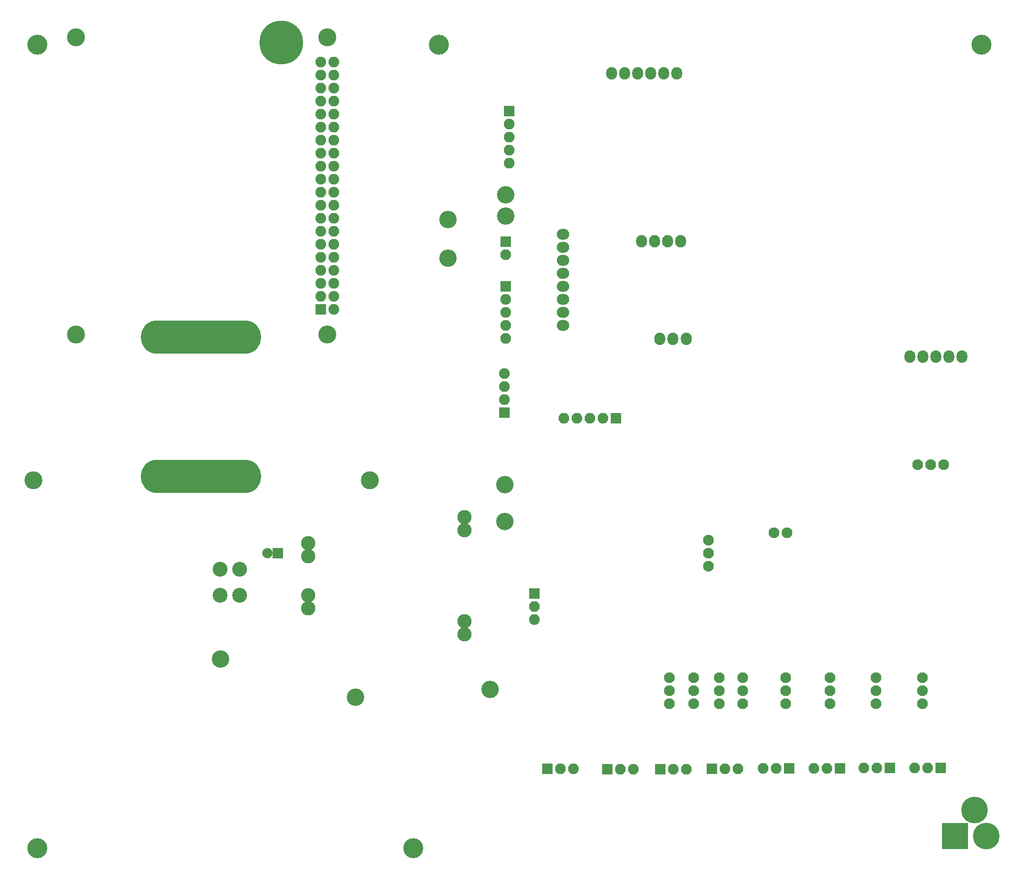
<source format=gbr>
G04 #@! TF.FileFunction,Soldermask,Top*
%FSLAX46Y46*%
G04 Gerber Fmt 4.6, Leading zero omitted, Abs format (unit mm)*
G04 Created by KiCad (PCBNEW 4.0.7) date Thursday, 23 May 2019 'à' 18:13:34*
%MOMM*%
%LPD*%
G01*
G04 APERTURE LIST*
%ADD10C,0.100000*%
%ADD11R,2.100000X2.100000*%
%ADD12O,2.100000X2.100000*%
%ADD13C,2.100000*%
%ADD14C,2.800000*%
%ADD15C,3.399740*%
%ADD16R,2.000000X2.000000*%
%ADD17C,2.000000*%
%ADD18C,2.900000*%
%ADD19C,5.200000*%
%ADD20R,5.200000X5.200000*%
%ADD21C,3.500000*%
%ADD22O,2.127200X2.432000*%
%ADD23O,2.432000X2.127200*%
%ADD24O,23.500000X6.500000*%
%ADD25C,3.900120*%
%ADD26C,8.500000*%
G04 APERTURE END LIST*
D10*
D11*
X167300000Y-170500000D03*
D12*
X169840000Y-170500000D03*
X172380000Y-170500000D03*
D11*
X157200000Y-170600000D03*
D12*
X159740000Y-170600000D03*
X162280000Y-170600000D03*
D11*
X127800000Y-42100000D03*
D12*
X127800000Y-44640000D03*
X127800000Y-47180000D03*
X127800000Y-49720000D03*
X127800000Y-52260000D03*
D11*
X127100000Y-76300000D03*
D12*
X127100000Y-78840000D03*
X127100000Y-81380000D03*
X127100000Y-83920000D03*
X127100000Y-86460000D03*
D11*
X148600000Y-102100000D03*
D12*
X146060000Y-102100000D03*
X143520000Y-102100000D03*
X140980000Y-102100000D03*
X138440000Y-102100000D03*
D11*
X146900000Y-170600000D03*
D12*
X149440000Y-170600000D03*
X151980000Y-170600000D03*
D11*
X135200000Y-170500000D03*
D12*
X137740000Y-170500000D03*
X140280000Y-170500000D03*
D11*
X211900000Y-170300000D03*
D12*
X209360000Y-170300000D03*
X206820000Y-170300000D03*
D11*
X202000000Y-170300000D03*
D12*
X199460000Y-170300000D03*
X196920000Y-170300000D03*
D11*
X192300000Y-170400000D03*
D12*
X189760000Y-170400000D03*
X187220000Y-170400000D03*
D11*
X182400000Y-170400000D03*
D12*
X179860000Y-170400000D03*
X177320000Y-170400000D03*
D11*
X132700000Y-136300000D03*
D12*
X132700000Y-138840000D03*
X132700000Y-141380000D03*
D11*
X127100000Y-67600000D03*
D12*
X127100000Y-70140000D03*
D13*
X163700000Y-157800000D03*
X163700000Y-155260000D03*
X163700000Y-152720000D03*
X159000000Y-152720000D03*
X159000000Y-155260000D03*
X159000000Y-157800000D03*
X168700000Y-152720000D03*
X168700000Y-155260000D03*
X168700000Y-157800000D03*
X173300000Y-152720000D03*
X173300000Y-155260000D03*
X173300000Y-157800000D03*
X181700000Y-152720000D03*
X181700000Y-155260000D03*
X181700000Y-157800000D03*
X190300000Y-152720000D03*
X190300000Y-155260000D03*
X190300000Y-157800000D03*
X199300000Y-152720000D03*
X199300000Y-155260000D03*
X199300000Y-157800000D03*
X208400000Y-152720000D03*
X208400000Y-155260000D03*
X208400000Y-157800000D03*
X166600000Y-125820000D03*
X166600000Y-128360000D03*
X166600000Y-130900000D03*
X179400000Y-124400000D03*
X181940000Y-124400000D03*
X207400000Y-111100000D03*
X209940000Y-111100000D03*
X212480000Y-111100000D03*
D14*
X119040000Y-144230000D03*
X119040000Y-141690000D03*
X119040000Y-123910000D03*
X119040000Y-121370000D03*
X88560000Y-139150000D03*
X88560000Y-136610000D03*
X88560000Y-126450000D03*
X88560000Y-128990000D03*
D11*
X126800000Y-101000000D03*
D12*
X126800000Y-98460000D03*
X126800000Y-95920000D03*
X126800000Y-93380000D03*
D15*
X127100000Y-62600000D03*
X127100000Y-58500000D03*
D16*
X82600000Y-128400000D03*
D17*
X80600000Y-128400000D03*
D18*
X71400000Y-136600000D03*
X71400000Y-131520000D03*
X75210000Y-131520000D03*
X75210000Y-136600000D03*
D19*
X220800000Y-183600000D03*
D20*
X214700000Y-183600000D03*
D19*
X218510000Y-178520000D03*
D11*
X91020000Y-80825000D03*
D12*
X93560000Y-80825000D03*
X91020000Y-78285000D03*
X93560000Y-78285000D03*
X91020000Y-75745000D03*
X93560000Y-75745000D03*
X91020000Y-73205000D03*
X93560000Y-73205000D03*
X91020000Y-70665000D03*
X93560000Y-70665000D03*
X91020000Y-68125000D03*
X93560000Y-68125000D03*
X91020000Y-65585000D03*
X93560000Y-65585000D03*
X91020000Y-63045000D03*
X93560000Y-63045000D03*
X91020000Y-60505000D03*
X93560000Y-60505000D03*
X91020000Y-57965000D03*
X93560000Y-57965000D03*
X91020000Y-55425000D03*
X93560000Y-55425000D03*
X91020000Y-52885000D03*
X93560000Y-52885000D03*
X91020000Y-50345000D03*
X93560000Y-50345000D03*
X91020000Y-47805000D03*
X93560000Y-47805000D03*
X91020000Y-45265000D03*
X93560000Y-45265000D03*
X91020000Y-42725000D03*
X93560000Y-42725000D03*
X91020000Y-40185000D03*
X93560000Y-40185000D03*
X91020000Y-37645000D03*
X93560000Y-37645000D03*
X91020000Y-35105000D03*
X93560000Y-35105000D03*
X91020000Y-32565000D03*
X93560000Y-32565000D03*
D21*
X100600000Y-114200000D03*
X34950000Y-114200000D03*
X92270000Y-27750000D03*
X92270000Y-85750000D03*
X43280000Y-85750000D03*
X43280000Y-27750000D03*
D22*
X156139000Y-67551000D03*
X158679000Y-67551000D03*
X161219000Y-67551000D03*
X153599000Y-67551000D03*
X147757000Y-34785000D03*
X150297000Y-34785000D03*
X152837000Y-34785000D03*
X155377000Y-34785000D03*
X157917000Y-34785000D03*
X160457000Y-34785000D03*
X205940000Y-90020000D03*
X208480000Y-90020000D03*
X211020000Y-90020000D03*
X213560000Y-90020000D03*
X216100000Y-90020000D03*
X157155000Y-86601000D03*
X159695000Y-86601000D03*
X162335000Y-86601000D03*
D23*
X138220000Y-66170000D03*
X138220000Y-68710000D03*
X138220000Y-71250000D03*
X138220000Y-73790000D03*
X138220000Y-76330000D03*
X138220000Y-78870000D03*
X138220000Y-81410000D03*
X138220000Y-83950000D03*
D15*
X124050000Y-154950000D03*
X71450000Y-149050000D03*
X115850000Y-63250000D03*
X115850000Y-70850000D03*
X126950000Y-115050000D03*
X126950000Y-122250000D03*
X97750000Y-156550000D03*
D24*
X67650000Y-113450000D03*
X67650000Y-86250000D03*
D25*
X35750000Y-185950000D03*
X35750000Y-29150000D03*
X109050000Y-185950000D03*
X219850000Y-29150000D03*
X114050000Y-29150000D03*
D26*
X83300000Y-28780000D03*
M02*

</source>
